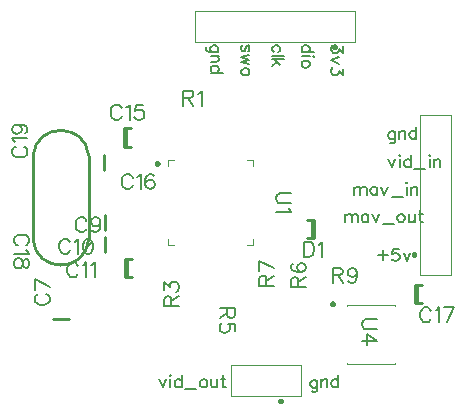
<source format=gbr>
G04 DipTrace 4.3.0.3*
G04 GTO.gbr*
%MOMM*%
G04 #@! TF.FileFunction,Legend,Top*
G04 #@! TF.Part,Single*
%ADD10C,0.25*%
%ADD13C,0.12*%
%ADD54C,0.19608*%
%ADD55C,0.15686*%
%FSLAX35Y35*%
G04*
G71*
G90*
G75*
G01*
G04 TopSilk*
%LPD*%
X1519950Y1904947D2*
D10*
X1390050D1*
X1824947Y2660050D2*
Y2789950D1*
Y2475050D2*
Y2604950D1*
X2014000Y2260080D2*
Y2419920D1*
X1995080Y2260080D2*
Y2419920D1*
Y2260080D2*
X2054920D1*
X1995080Y2419920D2*
X2054920D1*
X2008973Y3367153D2*
Y3526993D1*
X1990053Y3367153D2*
Y3526993D1*
Y3367153D2*
X2049893D1*
X1990053Y3526993D2*
X2049893D1*
X1819947Y3170050D2*
Y3299950D1*
X4469000Y2040080D2*
Y2199920D1*
X4450080Y2040080D2*
Y2199920D1*
Y2040080D2*
X4509920D1*
X4450080Y2199920D2*
X4509920D1*
X3599920Y2590080D2*
X3540080D1*
X3599920Y2749920D2*
X3540080D1*
X3581087D2*
Y2590080D1*
X3600007Y2749920D2*
Y2590080D1*
X3945000Y4252000D2*
D13*
Y4518000D1*
X2589000D1*
Y4252000D1*
X3945000D1*
G36*
X3799600Y4209400D2*
X3799390Y4206189D1*
X3798762Y4203033D1*
X3797727Y4199986D1*
X3796304Y4197100D1*
X3794516Y4194424D1*
X3792395Y4192005D1*
X3789976Y4189884D1*
X3787300Y4188096D1*
X3784414Y4186673D1*
X3781367Y4185638D1*
X3778211Y4185010D1*
X3775000Y4184800D1*
X3771789Y4185010D1*
X3768633Y4185638D1*
X3765586Y4186673D1*
X3762700Y4188096D1*
X3760024Y4189884D1*
X3757605Y4192005D1*
X3755484Y4194424D1*
X3753696Y4197100D1*
X3752273Y4199986D1*
X3751238Y4203033D1*
X3750610Y4206189D1*
X3750400Y4209400D1*
D1*
X3750610Y4212611D1*
X3751238Y4215767D1*
X3752273Y4218814D1*
X3753696Y4221700D1*
X3755484Y4224376D1*
X3757605Y4226795D1*
X3760024Y4228916D1*
X3762700Y4230704D1*
X3765586Y4232127D1*
X3768633Y4233162D1*
X3771789Y4233790D1*
X3775000Y4234000D1*
X3778211Y4233790D1*
X3781367Y4233162D1*
X3784414Y4232127D1*
X3787300Y4230704D1*
X3789976Y4228916D1*
X3792395Y4226795D1*
X3794516Y4224376D1*
X3796304Y4221700D1*
X3797727Y4218814D1*
X3798762Y4215767D1*
X3799390Y4212611D1*
X3799600Y4209400D1*
D1*
G37*
X4492000Y2280000D2*
D13*
X4758000D1*
Y3636000D1*
X4492000D1*
Y2280000D1*
G36*
X4449400Y2425400D2*
X4446189Y2425610D1*
X4443033Y2426238D1*
X4439986Y2427273D1*
X4437100Y2428696D1*
X4434424Y2430484D1*
X4432005Y2432605D1*
X4429884Y2435024D1*
X4428096Y2437700D1*
X4426673Y2440586D1*
X4425638Y2443633D1*
X4425010Y2446789D1*
X4424800Y2450000D1*
X4425010Y2453211D1*
X4425638Y2456367D1*
X4426673Y2459414D1*
X4428096Y2462300D1*
X4429884Y2464976D1*
X4432005Y2467395D1*
X4434424Y2469516D1*
X4437100Y2471304D1*
X4439986Y2472727D1*
X4443033Y2473762D1*
X4446189Y2474390D1*
X4449400Y2474600D1*
D1*
X4452611Y2474390D1*
X4455767Y2473762D1*
X4458814Y2472727D1*
X4461700Y2471304D1*
X4464376Y2469516D1*
X4466795Y2467395D1*
X4468916Y2464976D1*
X4470704Y2462300D1*
X4472127Y2459414D1*
X4473162Y2456367D1*
X4473790Y2453211D1*
X4474000Y2450000D1*
X4473790Y2446789D1*
X4473162Y2443633D1*
X4472127Y2440586D1*
X4470704Y2437700D1*
X4468916Y2435024D1*
X4466795Y2432605D1*
X4464376Y2430484D1*
X4461700Y2428696D1*
X4458814Y2427273D1*
X4455767Y2426238D1*
X4452611Y2425610D1*
X4449400Y2425400D1*
D1*
G37*
X2417000Y3255000D2*
D13*
X2365000D1*
Y3203000D1*
X3085000D2*
Y3255000D1*
X3033000D1*
Y2535000D2*
X3085000D1*
Y2587000D1*
X2365000D2*
Y2535000D1*
X2417000D1*
G36*
X2274000Y3247000D2*
X2277263Y3246786D1*
X2280470Y3246148D1*
X2283567Y3245097D1*
X2286500Y3243651D1*
X2289219Y3241834D1*
X2291678Y3239678D1*
X2293834Y3237219D1*
X2295651Y3234500D1*
X2297097Y3231567D1*
X2298148Y3228470D1*
X2298786Y3225263D1*
X2299000Y3222000D1*
X2298786Y3218737D1*
X2298148Y3215530D1*
X2297097Y3212433D1*
X2295651Y3209500D1*
X2293834Y3206781D1*
X2291678Y3204322D1*
X2289219Y3202166D1*
X2286500Y3200349D1*
X2283567Y3198903D1*
X2280470Y3197852D1*
X2277263Y3197214D1*
X2274000Y3197000D1*
D1*
X2270737Y3197214D1*
X2267530Y3197852D1*
X2264433Y3198903D1*
X2261500Y3200349D1*
X2258781Y3202166D1*
X2256322Y3204322D1*
X2254166Y3206781D1*
X2252349Y3209500D1*
X2250903Y3212433D1*
X2249852Y3215530D1*
X2249214Y3218737D1*
X2249000Y3222000D1*
X2249214Y3225263D1*
X2249852Y3228470D1*
X2250903Y3231567D1*
X2252349Y3234500D1*
X2254166Y3237219D1*
X2256322Y3239678D1*
X2258781Y3241834D1*
X2261500Y3243651D1*
X2264433Y3245097D1*
X2267530Y3246148D1*
X2270737Y3246786D1*
X2274000Y3247000D1*
D1*
G37*
X4280000Y2016000D2*
D13*
Y2025000D1*
X3880000D1*
Y2016000D1*
X4280000Y1534000D2*
Y1525000D1*
X3880000D1*
Y1534000D1*
G36*
X3759000Y2060000D2*
X3762263Y2059786D1*
X3765470Y2059148D1*
X3768567Y2058097D1*
X3771500Y2056651D1*
X3774219Y2054834D1*
X3776678Y2052678D1*
X3778834Y2050219D1*
X3780651Y2047500D1*
X3782097Y2044567D1*
X3783148Y2041470D1*
X3783786Y2038263D1*
X3784000Y2035000D1*
X3783786Y2031737D1*
X3783148Y2028530D1*
X3782097Y2025433D1*
X3780651Y2022500D1*
X3778834Y2019781D1*
X3776678Y2017322D1*
X3774219Y2015166D1*
X3771500Y2013349D1*
X3768567Y2011903D1*
X3765470Y2010852D1*
X3762263Y2010214D1*
X3759000Y2010000D1*
D1*
X3755737Y2010214D1*
X3752530Y2010852D1*
X3749433Y2011903D1*
X3746500Y2013349D1*
X3743781Y2015166D1*
X3741322Y2017322D1*
X3739166Y2019781D1*
X3737349Y2022500D1*
X3735903Y2025433D1*
X3734852Y2028530D1*
X3734214Y2031737D1*
X3734000Y2035000D1*
X3734214Y2038263D1*
X3734852Y2041470D1*
X3735903Y2044567D1*
X3737349Y2047500D1*
X3739166Y2050219D1*
X3741322Y2052678D1*
X3743781Y2054834D1*
X3746500Y2056651D1*
X3749433Y2058097D1*
X3752530Y2059148D1*
X3755737Y2059786D1*
X3759000Y2060000D1*
D1*
G37*
X3490000Y1252000D2*
D13*
Y1518000D1*
X2896000D1*
Y1252000D1*
X3490000D1*
G36*
X3344600Y1209400D2*
X3344390Y1206189D1*
X3343762Y1203033D1*
X3342727Y1199986D1*
X3341304Y1197100D1*
X3339516Y1194424D1*
X3337395Y1192005D1*
X3334976Y1189884D1*
X3332300Y1188096D1*
X3329414Y1186673D1*
X3326367Y1185638D1*
X3323211Y1185010D1*
X3320000Y1184800D1*
X3316789Y1185010D1*
X3313633Y1185638D1*
X3310586Y1186673D1*
X3307700Y1188096D1*
X3305024Y1189884D1*
X3302605Y1192005D1*
X3300484Y1194424D1*
X3298696Y1197100D1*
X3297273Y1199986D1*
X3296238Y1203033D1*
X3295610Y1206189D1*
X3295400Y1209400D1*
D1*
X3295610Y1212611D1*
X3296238Y1215767D1*
X3297273Y1218814D1*
X3298696Y1221700D1*
X3300484Y1224376D1*
X3302605Y1226795D1*
X3305024Y1228916D1*
X3307700Y1230704D1*
X3310586Y1232127D1*
X3313633Y1233162D1*
X3316789Y1233790D1*
X3320000Y1234000D1*
X3323211Y1233790D1*
X3326367Y1233162D1*
X3329414Y1232127D1*
X3332300Y1230704D1*
X3334976Y1228916D1*
X3337395Y1226795D1*
X3339516Y1224376D1*
X3341304Y1221700D1*
X3342727Y1218814D1*
X3343762Y1215767D1*
X3344390Y1212611D1*
X3344600Y1209400D1*
D1*
G37*
X1690900Y2580253D2*
D10*
Y3289747D1*
X1219100Y2580253D2*
Y3289747D1*
Y2580253D2*
G03X1690900Y2580253I235900J20868D01*
G01*
Y3289747D2*
G03X1219100Y3289747I-235900J-20868D01*
G01*
X2786681Y4168869D2*
D55*
X2708852D1*
X2694365Y4173698D1*
X2689423Y4178528D1*
X2684594Y4188298D1*
Y4202898D1*
X2689423Y4212557D1*
X2772081Y4168869D2*
X2781740Y4178528D1*
X2786681Y4188298D1*
Y4202898D1*
X2781740Y4212557D1*
X2772081Y4222328D1*
X2757481Y4227157D1*
X2747711D1*
X2733223Y4222328D1*
X2723452Y4212557D1*
X2718623Y4202898D1*
Y4188298D1*
X2723452Y4178528D1*
X2733223Y4168869D1*
X2791511Y4137497D2*
X2723452D1*
X2772081D2*
X2786681Y4122897D1*
X2791511Y4113126D1*
Y4098638D1*
X2786681Y4088867D1*
X2772081Y4084038D1*
X2723452D1*
X2825540Y3994378D2*
X2723452D1*
X2776911D2*
X2786681Y4004036D1*
X2791511Y4013807D1*
Y4028407D1*
X2786681Y4038066D1*
X2776911Y4047836D1*
X2762311Y4052666D1*
X2752652D1*
X2738052Y4047836D1*
X2728394Y4038066D1*
X2723452Y4028407D1*
Y4013807D1*
X2728394Y4004036D1*
X2738052Y3994378D1*
X3036911Y4173698D2*
X3046681Y4178528D1*
X3051511Y4193128D1*
Y4207728D1*
X3046681Y4222328D1*
X3036911Y4227157D1*
X3027252Y4222328D1*
X3022311Y4212557D1*
X3017481Y4188298D1*
X3012652Y4178528D1*
X3002881Y4173698D1*
X2998052D1*
X2988394Y4178528D1*
X2983452Y4193128D1*
Y4207728D1*
X2988394Y4222328D1*
X2998052Y4227157D1*
X3051511Y4142326D2*
X2983452Y4122897D1*
X3051511Y4103467D1*
X2983452Y4084038D1*
X3051511Y4064609D1*
Y4008978D2*
X3046681Y4018636D1*
X3036911Y4028407D1*
X3022311Y4033236D1*
X3012652D1*
X2998052Y4028407D1*
X2988394Y4018636D1*
X2983452Y4008978D1*
Y3994378D1*
X2988394Y3984607D1*
X2998052Y3974949D1*
X3012652Y3970007D1*
X3022311D1*
X3036911Y3974949D1*
X3046681Y3984607D1*
X3051511Y3994378D1*
Y4008978D1*
X3296911Y4168757D2*
X3306681Y4178528D1*
X3311511Y4188298D1*
Y4202786D1*
X3306681Y4212557D1*
X3296911Y4222215D1*
X3282311Y4227157D1*
X3272652D1*
X3258052Y4222215D1*
X3248394Y4212557D1*
X3243452Y4202786D1*
Y4188298D1*
X3248394Y4178528D1*
X3258052Y4168757D1*
X3345540Y4137384D2*
X3243452D1*
X3345540Y4106012D2*
X3243452D1*
X3311511Y4057383D2*
X3262881Y4106012D1*
X3282311Y4086583D2*
X3243452Y4052553D1*
X3595540Y4168869D2*
X3493452D1*
X3546911D2*
X3556681Y4178528D1*
X3561511Y4188298D1*
Y4202898D1*
X3556681Y4212557D1*
X3546911Y4222328D1*
X3532311Y4227157D1*
X3522652D1*
X3508052Y4222328D1*
X3498394Y4212557D1*
X3493452Y4202898D1*
Y4188298D1*
X3498394Y4178528D1*
X3508052Y4168869D1*
X3595540Y4137497D2*
X3590711Y4132667D1*
X3595540Y4127726D1*
X3600481Y4132667D1*
X3595540Y4137497D1*
X3561511Y4132667D2*
X3493452D1*
X3561511Y4072095D2*
X3556681Y4081753D1*
X3546911Y4091524D1*
X3532311Y4096353D1*
X3522652D1*
X3508052Y4091524D1*
X3498394Y4081753D1*
X3493452Y4072095D1*
Y4057495D1*
X3498394Y4047724D1*
X3508052Y4038066D1*
X3522652Y4033124D1*
X3532311D1*
X3546911Y4038066D1*
X3556681Y4047724D1*
X3561511Y4057495D1*
Y4072095D1*
X3845428Y4217386D2*
Y4164040D1*
X3806569Y4193128D1*
Y4178528D1*
X3801740Y4168869D1*
X3796911Y4164040D1*
X3782311Y4159098D1*
X3772652D1*
X3758052Y4164040D1*
X3748281Y4173698D1*
X3743452Y4188298D1*
Y4202898D1*
X3748281Y4217386D1*
X3753223Y4222215D1*
X3762881Y4227157D1*
X3811511Y4127726D2*
X3743452Y4098526D1*
X3811511Y4069438D1*
X3845428Y4028295D2*
Y3974949D1*
X3806569Y4004036D1*
Y3989436D1*
X3801740Y3979778D1*
X3796911Y3974949D1*
X3782311Y3970007D1*
X3772652D1*
X3758052Y3974949D1*
X3748281Y3984607D1*
X3743452Y3999207D1*
Y4013807D1*
X3748281Y4028295D1*
X3753223Y4033124D1*
X3762881Y4038066D1*
X3626131Y1391681D2*
Y1313852D1*
X3621302Y1299365D1*
X3616472Y1294423D1*
X3606702Y1289594D1*
X3592102D1*
X3582443Y1294423D1*
X3626131Y1377081D2*
X3616472Y1386740D1*
X3606702Y1391681D1*
X3592102D1*
X3582443Y1386740D1*
X3572672Y1377081D1*
X3567843Y1362481D1*
Y1352711D1*
X3572672Y1338223D1*
X3582443Y1328452D1*
X3592102Y1323623D1*
X3606702D1*
X3616472Y1328452D1*
X3626131Y1338223D1*
X3657503Y1396511D2*
Y1328452D1*
Y1377081D2*
X3672103Y1391681D1*
X3681874Y1396511D1*
X3696362D1*
X3706133Y1391681D1*
X3710962Y1377081D1*
Y1328452D1*
X3800622Y1430540D2*
Y1328452D1*
Y1381911D2*
X3790964Y1391681D1*
X3781193Y1396511D1*
X3766593D1*
X3756934Y1391681D1*
X3747164Y1381911D1*
X3742334Y1367311D1*
Y1357652D1*
X3747164Y1343052D1*
X3756934Y1333394D1*
X3766593Y1328452D1*
X3781193D1*
X3790964Y1333394D1*
X3800622Y1343052D1*
X2287843Y1396511D2*
X2317043Y1328452D1*
X2346131Y1396511D1*
X2377503Y1430540D2*
X2382333Y1425711D1*
X2387274Y1430540D1*
X2382333Y1435481D1*
X2377503Y1430540D1*
X2382333Y1396511D2*
Y1328452D1*
X2476934Y1430540D2*
Y1328452D1*
Y1381911D2*
X2467276Y1391681D1*
X2457505Y1396511D1*
X2442905D1*
X2433247Y1391681D1*
X2423476Y1381911D1*
X2418647Y1367311D1*
Y1357652D1*
X2423476Y1343052D1*
X2433247Y1333394D1*
X2442905Y1328452D1*
X2457505D1*
X2467276Y1333394D1*
X2476934Y1343052D1*
X2508307Y1311606D2*
X2600624D1*
X2656255Y1396511D2*
X2646596Y1391681D1*
X2636826Y1381911D1*
X2631996Y1367311D1*
Y1357652D1*
X2636826Y1343052D1*
X2646596Y1333394D1*
X2656255Y1328452D1*
X2670855D1*
X2680626Y1333394D1*
X2690284Y1343052D1*
X2695226Y1357652D1*
Y1367311D1*
X2690284Y1381911D1*
X2680626Y1391681D1*
X2670855Y1396511D1*
X2656255D1*
X2726598D2*
Y1347881D1*
X2731427Y1333394D1*
X2741198Y1328452D1*
X2755798D1*
X2765457Y1333394D1*
X2780057Y1347881D1*
Y1396511D2*
Y1328452D1*
X2826029Y1430540D2*
Y1347881D1*
X2830858Y1333394D1*
X2840629Y1328452D1*
X2850288D1*
X2811429Y1396511D2*
X2845458D1*
X4286131Y3496681D2*
Y3418852D1*
X4281302Y3404365D1*
X4276472Y3399423D1*
X4266702Y3394594D1*
X4252102D1*
X4242443Y3399423D1*
X4286131Y3482081D2*
X4276472Y3491740D1*
X4266702Y3496681D1*
X4252102D1*
X4242443Y3491740D1*
X4232672Y3482081D1*
X4227843Y3467481D1*
Y3457711D1*
X4232672Y3443223D1*
X4242443Y3433452D1*
X4252102Y3428623D1*
X4266702D1*
X4276472Y3433452D1*
X4286131Y3443223D1*
X4317503Y3501511D2*
Y3433452D1*
Y3482081D2*
X4332103Y3496681D1*
X4341874Y3501511D1*
X4356362D1*
X4366133Y3496681D1*
X4370962Y3482081D1*
Y3433452D1*
X4460622Y3535540D2*
Y3433452D1*
Y3486911D2*
X4450964Y3496681D1*
X4441193Y3501511D1*
X4426593D1*
X4416934Y3496681D1*
X4407164Y3486911D1*
X4402334Y3472311D1*
Y3462652D1*
X4407164Y3448052D1*
X4416934Y3438394D1*
X4426593Y3433452D1*
X4441193D1*
X4450964Y3438394D1*
X4460622Y3448052D1*
X4227843Y3261511D2*
X4257043Y3193452D1*
X4286131Y3261511D1*
X4317503Y3295540D2*
X4322333Y3290711D1*
X4327274Y3295540D1*
X4322333Y3300481D1*
X4317503Y3295540D1*
X4322333Y3261511D2*
Y3193452D1*
X4416934Y3295540D2*
Y3193452D1*
Y3246911D2*
X4407276Y3256681D1*
X4397505Y3261511D1*
X4382905D1*
X4373247Y3256681D1*
X4363476Y3246911D1*
X4358647Y3232311D1*
Y3222652D1*
X4363476Y3208052D1*
X4373247Y3198394D1*
X4382905Y3193452D1*
X4397505D1*
X4407276Y3198394D1*
X4416934Y3208052D1*
X4448307Y3176606D2*
X4540624D1*
X4571996Y3295540D2*
X4576826Y3290711D1*
X4581767Y3295540D1*
X4576826Y3300481D1*
X4571996Y3295540D1*
X4576826Y3261511D2*
Y3193452D1*
X4613140Y3261511D2*
Y3193452D1*
Y3242081D2*
X4627740Y3256681D1*
X4637510Y3261511D1*
X4651998D1*
X4661769Y3256681D1*
X4666598Y3242081D1*
Y3193452D1*
X3937843Y3026511D2*
Y2958452D1*
Y3007081D2*
X3952443Y3021681D1*
X3962214Y3026511D1*
X3976702D1*
X3986472Y3021681D1*
X3991302Y3007081D1*
Y2958452D1*
Y3007081D2*
X4005902Y3021681D1*
X4015672Y3026511D1*
X4030160D1*
X4039931Y3021681D1*
X4044872Y3007081D1*
Y2958452D1*
X4134533Y3026511D2*
Y2958452D1*
Y3011911D2*
X4124874Y3021681D1*
X4115103Y3026511D1*
X4100616D1*
X4090845Y3021681D1*
X4081186Y3011911D1*
X4076245Y2997311D1*
Y2987652D1*
X4081186Y2973052D1*
X4090845Y2963394D1*
X4100616Y2958452D1*
X4115103D1*
X4124874Y2963394D1*
X4134533Y2973052D1*
X4165905Y3026511D2*
X4195105Y2958452D1*
X4224193Y3026511D1*
X4255565Y2941606D2*
X4347882D1*
X4379255Y3060540D2*
X4384084Y3055711D1*
X4389026Y3060540D1*
X4384084Y3065481D1*
X4379255Y3060540D1*
X4384084Y3026511D2*
Y2958452D1*
X4420398Y3026511D2*
Y2958452D1*
Y3007081D2*
X4434998Y3021681D1*
X4444769Y3026511D1*
X4459257D1*
X4469027Y3021681D1*
X4473857Y3007081D1*
Y2958452D1*
X3862843Y2796511D2*
Y2728452D1*
Y2777081D2*
X3877443Y2791681D1*
X3887214Y2796511D1*
X3901702D1*
X3911472Y2791681D1*
X3916302Y2777081D1*
Y2728452D1*
Y2777081D2*
X3930902Y2791681D1*
X3940672Y2796511D1*
X3955160D1*
X3964931Y2791681D1*
X3969872Y2777081D1*
Y2728452D1*
X4059533Y2796511D2*
Y2728452D1*
Y2781911D2*
X4049874Y2791681D1*
X4040103Y2796511D1*
X4025616D1*
X4015845Y2791681D1*
X4006186Y2781911D1*
X4001245Y2767311D1*
Y2757652D1*
X4006186Y2743052D1*
X4015845Y2733394D1*
X4025616Y2728452D1*
X4040103D1*
X4049874Y2733394D1*
X4059533Y2743052D1*
X4090905Y2796511D2*
X4120105Y2728452D1*
X4149193Y2796511D1*
X4180565Y2711606D2*
X4272882D1*
X4328513Y2796511D2*
X4318855Y2791681D1*
X4309084Y2781911D1*
X4304255Y2767311D1*
Y2757652D1*
X4309084Y2743052D1*
X4318855Y2733394D1*
X4328513Y2728452D1*
X4343113D1*
X4352884Y2733394D1*
X4362543Y2743052D1*
X4367484Y2757652D1*
Y2767311D1*
X4362543Y2781911D1*
X4352884Y2791681D1*
X4343113Y2796511D1*
X4328513D1*
X4398857D2*
Y2747881D1*
X4403686Y2733394D1*
X4413457Y2728452D1*
X4428057D1*
X4437715Y2733394D1*
X4452315Y2747881D1*
Y2796511D2*
Y2728452D1*
X4498288Y2830540D2*
Y2747881D1*
X4503117Y2733394D1*
X4512888Y2728452D1*
X4522546D1*
X4483688Y2796511D2*
X4517717D1*
X4181531Y2493184D2*
Y2405696D1*
X4137843Y2449384D2*
X4225331D1*
X4314991Y2500428D2*
X4266474D1*
X4261645Y2456740D1*
X4266474Y2461569D1*
X4281074Y2466511D1*
X4295562D1*
X4310162Y2461569D1*
X4319933Y2451911D1*
X4324762Y2437311D1*
Y2427652D1*
X4319933Y2413052D1*
X4310162Y2403281D1*
X4295562Y2398452D1*
X4281074D1*
X4266474Y2403281D1*
X4261645Y2408223D1*
X4256703Y2417881D1*
X4356134Y2466511D2*
X4385334Y2398452D1*
X4414422Y2466511D1*
X1264336Y2118384D2*
D54*
X1252263Y2112347D1*
X1240050Y2100134D1*
X1234013Y2088061D1*
Y2063774D1*
X1240050Y2051561D1*
X1252263Y2039488D1*
X1264336Y2033311D1*
X1282586Y2027274D1*
X1313050D1*
X1331160Y2033311D1*
X1343373Y2039488D1*
X1355446Y2051561D1*
X1361623Y2063774D1*
Y2088061D1*
X1355446Y2100134D1*
X1343373Y2112347D1*
X1331160Y2118384D1*
X1361623Y2181886D2*
X1234154Y2242673D1*
Y2157599D1*
X1671402Y2740664D2*
X1665365Y2752737D1*
X1653152Y2764950D1*
X1641079Y2770987D1*
X1616792D1*
X1604579Y2764950D1*
X1592506Y2752737D1*
X1586329Y2740664D1*
X1580292Y2722414D1*
Y2691950D1*
X1586329Y2673840D1*
X1592506Y2661627D1*
X1604579Y2649554D1*
X1616792Y2643377D1*
X1641079D1*
X1653152Y2649554D1*
X1665365Y2661627D1*
X1671402Y2673840D1*
X1789654Y2728450D2*
X1783477Y2710200D1*
X1771404Y2697987D1*
X1753154Y2691950D1*
X1747118D1*
X1728868Y2697987D1*
X1716795Y2710200D1*
X1710618Y2728450D1*
Y2734487D1*
X1716795Y2752737D1*
X1728868Y2764810D1*
X1747118Y2770846D1*
X1753154D1*
X1771404Y2764810D1*
X1783477Y2752737D1*
X1789654Y2728450D1*
Y2697987D1*
X1783477Y2667664D1*
X1771404Y2649414D1*
X1753154Y2643377D1*
X1741081D1*
X1722831Y2649414D1*
X1716795Y2661627D1*
X1533544Y2555664D2*
X1527508Y2567737D1*
X1515294Y2579950D1*
X1503221Y2585987D1*
X1478935D1*
X1466721Y2579950D1*
X1454648Y2567737D1*
X1448471Y2555664D1*
X1442435Y2537414D1*
Y2506950D1*
X1448471Y2488840D1*
X1454648Y2476627D1*
X1466721Y2464554D1*
X1478935Y2458377D1*
X1503221D1*
X1515294Y2464554D1*
X1527508Y2476627D1*
X1533544Y2488840D1*
X1572760Y2561560D2*
X1584973Y2567737D1*
X1603223Y2585846D1*
Y2458377D1*
X1678939Y2585846D2*
X1660689Y2579810D1*
X1648476Y2561560D1*
X1642439Y2531237D1*
Y2512987D1*
X1648476Y2482664D1*
X1660689Y2464414D1*
X1678939Y2458377D1*
X1691012D1*
X1709262Y2464414D1*
X1721335Y2482664D1*
X1727512Y2512987D1*
Y2531237D1*
X1721335Y2561560D1*
X1709262Y2579810D1*
X1691012Y2585846D1*
X1678939D1*
X1721335Y2561560D2*
X1648476Y2482664D1*
X1600876Y2356600D2*
X1594839Y2368673D1*
X1582626Y2380887D1*
X1570553Y2386923D1*
X1546266D1*
X1534053Y2380887D1*
X1521980Y2368673D1*
X1515803Y2356600D1*
X1509766Y2338350D1*
Y2307887D1*
X1515803Y2289777D1*
X1521980Y2277564D1*
X1534053Y2265491D1*
X1546266Y2259314D1*
X1570553D1*
X1582626Y2265491D1*
X1594839Y2277564D1*
X1600876Y2289777D1*
X1640091Y2362496D2*
X1652305Y2368673D1*
X1670555Y2386783D1*
Y2259314D1*
X1709770Y2362496D2*
X1721984Y2368673D1*
X1740234Y2386783D1*
Y2259314D1*
X1968544Y3692737D2*
X1962508Y3704810D1*
X1950294Y3717023D1*
X1938221Y3723060D1*
X1913935D1*
X1901721Y3717023D1*
X1889648Y3704810D1*
X1883471Y3692737D1*
X1877435Y3674487D1*
Y3644023D1*
X1883471Y3625914D1*
X1889648Y3613700D1*
X1901721Y3601627D1*
X1913935Y3595450D1*
X1938221D1*
X1950294Y3601627D1*
X1962508Y3613700D1*
X1968544Y3625914D1*
X2007760Y3698633D2*
X2019973Y3704810D1*
X2038223Y3722920D1*
Y3595450D1*
X2150299Y3722920D2*
X2089652D1*
X2083616Y3668310D1*
X2089652Y3674346D1*
X2107902Y3680523D1*
X2126012D1*
X2144262Y3674346D1*
X2156476Y3662273D1*
X2162512Y3644023D1*
Y3631950D1*
X2156476Y3613700D1*
X2144262Y3601487D1*
X2126012Y3595450D1*
X2107902D1*
X2089652Y3601487D1*
X2083616Y3607664D1*
X2077439Y3619737D1*
X2061633Y3105664D2*
X2055596Y3117737D1*
X2043383Y3129950D1*
X2031310Y3135987D1*
X2007023D1*
X1994810Y3129950D1*
X1982736Y3117737D1*
X1976560Y3105664D1*
X1970523Y3087414D1*
Y3056950D1*
X1976560Y3038840D1*
X1982736Y3026627D1*
X1994810Y3014554D1*
X2007023Y3008377D1*
X2031310D1*
X2043383Y3014554D1*
X2055596Y3026627D1*
X2061633Y3038840D1*
X2100848Y3111560D2*
X2113062Y3117737D1*
X2131312Y3135846D1*
Y3008377D1*
X2243387Y3117737D2*
X2237351Y3129810D1*
X2219101Y3135846D1*
X2207027D1*
X2188777Y3129810D1*
X2176564Y3111560D1*
X2170527Y3081237D1*
Y3050914D1*
X2176564Y3026627D1*
X2188777Y3014414D1*
X2207027Y3008377D1*
X2213064D1*
X2231174Y3014414D1*
X2243387Y3026627D1*
X2249424Y3044877D1*
Y3050914D1*
X2243387Y3069164D1*
X2231174Y3081237D1*
X2213064Y3087273D1*
X2207027D1*
X2188777Y3081237D1*
X2176564Y3069164D1*
X2170527Y3050914D1*
X4588571Y1975664D2*
X4582534Y1987737D1*
X4570321Y1999950D1*
X4558248Y2005987D1*
X4533961D1*
X4521748Y1999950D1*
X4509675Y1987737D1*
X4503498Y1975664D1*
X4497461Y1957414D1*
Y1926950D1*
X4503498Y1908840D1*
X4509675Y1896627D1*
X4521748Y1884554D1*
X4533961Y1878377D1*
X4558248D1*
X4570321Y1884554D1*
X4582534Y1896627D1*
X4588571Y1908840D1*
X4627787Y1981560D2*
X4640000Y1987737D1*
X4658250Y2005846D1*
Y1878377D1*
X4721752D2*
X4782539Y2005846D1*
X4697466D1*
X1156134Y2531359D2*
X1168207Y2537395D1*
X1180420Y2549609D1*
X1186457Y2561682D1*
Y2585969D1*
X1180420Y2598182D1*
X1168207Y2610255D1*
X1156134Y2616432D1*
X1137884Y2622469D1*
X1107420D1*
X1089310Y2616432D1*
X1077097Y2610255D1*
X1065024Y2598182D1*
X1058847Y2585969D1*
Y2561682D1*
X1065024Y2549609D1*
X1077097Y2537395D1*
X1089310Y2531359D1*
X1162030Y2492143D2*
X1168207Y2479930D1*
X1186316Y2461680D1*
X1058847D1*
X1186316Y2392141D2*
X1180280Y2410251D1*
X1168207Y2416428D1*
X1155993D1*
X1143920Y2410251D1*
X1137743Y2398178D1*
X1131707Y2373891D1*
X1125670Y2355641D1*
X1113457Y2343568D1*
X1101384Y2337531D1*
X1083134D1*
X1071060Y2343568D1*
X1064884Y2349605D1*
X1058847Y2367855D1*
Y2392141D1*
X1064884Y2410251D1*
X1071060Y2416428D1*
X1083134Y2422464D1*
X1101384D1*
X1113457Y2416428D1*
X1125670Y2404214D1*
X1131707Y2386105D1*
X1137743Y2361818D1*
X1143920Y2349605D1*
X1155993Y2343568D1*
X1168207D1*
X1180280Y2349605D1*
X1186316Y2367855D1*
Y2392141D1*
X1073866Y3366589D2*
X1061793Y3360553D1*
X1049580Y3348339D1*
X1043543Y3336266D1*
Y3311980D1*
X1049580Y3299766D1*
X1061793Y3287693D1*
X1073866Y3281516D1*
X1092116Y3275480D1*
X1122580D1*
X1140690Y3281516D1*
X1152903Y3287693D1*
X1164976Y3299766D1*
X1171153Y3311980D1*
Y3336266D1*
X1164976Y3348339D1*
X1152903Y3360553D1*
X1140690Y3366589D1*
X1067970Y3405805D2*
X1061793Y3418018D1*
X1043684Y3436268D1*
X1171153D1*
X1086080Y3554520D2*
X1104330Y3548344D1*
X1116543Y3536270D1*
X1122580Y3518020D1*
Y3511984D1*
X1116543Y3493734D1*
X1104330Y3481661D1*
X1086080Y3475484D1*
X1080043D1*
X1061793Y3481661D1*
X1049720Y3493734D1*
X1043684Y3511984D1*
Y3518020D1*
X1049720Y3536270D1*
X1061793Y3548344D1*
X1086080Y3554520D1*
X1116543D1*
X1146866Y3548344D1*
X1165116Y3536270D1*
X1171153Y3518020D1*
Y3505947D1*
X1165116Y3487697D1*
X1152903Y3481661D1*
X3512624Y2561923D2*
Y2434314D1*
X3555160D1*
X3573410Y2440491D1*
X3585624Y2452564D1*
X3591660Y2464777D1*
X3597697Y2482887D1*
Y2513350D1*
X3591660Y2531600D1*
X3585624Y2543673D1*
X3573410Y2555887D1*
X3555160Y2561923D1*
X3512624D1*
X3636913Y2537496D2*
X3649126Y2543673D1*
X3667376Y2561783D1*
Y2434314D1*
X2492624Y3780200D2*
X2547234D1*
X2565484Y3786377D1*
X2571660Y3792414D1*
X2577697Y3804487D1*
Y3816700D1*
X2571660Y3828773D1*
X2565484Y3834950D1*
X2547234Y3840987D1*
X2492624D1*
Y3713377D1*
X2535160Y3780200D2*
X2577697Y3713377D1*
X2616913Y3816560D2*
X2629126Y3822737D1*
X2647376Y3840846D1*
Y3713377D1*
X2389800Y2015319D2*
Y2069929D1*
X2383623Y2088179D1*
X2377586Y2094356D1*
X2365513Y2100392D1*
X2353300D1*
X2341227Y2094356D1*
X2335050Y2088179D1*
X2329013Y2069929D1*
Y2015319D1*
X2456623D1*
X2389800Y2057856D2*
X2456623Y2100392D1*
X2329154Y2151821D2*
Y2218504D1*
X2377727Y2182144D1*
Y2200394D1*
X2383763Y2212467D1*
X2389800Y2218504D1*
X2408050Y2224681D1*
X2420123D1*
X2438373Y2218504D1*
X2450586Y2206431D1*
X2456623Y2188181D1*
Y2169931D1*
X2450586Y2151821D1*
X2444410Y2145785D1*
X2432336Y2139608D1*
X2865670Y1999681D2*
Y1945071D1*
X2871847Y1926821D1*
X2877884Y1920644D1*
X2889957Y1914608D1*
X2902170D1*
X2914243Y1920644D1*
X2920420Y1926821D1*
X2926457Y1945071D1*
Y1999681D1*
X2798847D1*
X2865670Y1957144D2*
X2798847Y1914608D1*
X2926316Y1802533D2*
Y1863179D1*
X2871707Y1869215D1*
X2877743Y1863179D1*
X2883920Y1844929D1*
Y1826819D1*
X2877743Y1808569D1*
X2865670Y1796356D1*
X2847420Y1790319D1*
X2835347D1*
X2817097Y1796356D1*
X2804884Y1808569D1*
X2798847Y1826819D1*
Y1844929D1*
X2804884Y1863179D1*
X2811060Y1869215D1*
X2823134Y1875392D1*
X3464800Y2179804D2*
Y2234414D1*
X3458623Y2252664D1*
X3452586Y2258841D1*
X3440513Y2264877D1*
X3428300D1*
X3416227Y2258841D1*
X3410050Y2252664D1*
X3404013Y2234414D1*
Y2179804D1*
X3531623D1*
X3464800Y2222341D2*
X3531623Y2264877D1*
X3422263Y2376953D2*
X3410190Y2370916D1*
X3404154Y2352666D1*
Y2340593D1*
X3410190Y2322343D1*
X3428440Y2310130D1*
X3458763Y2304093D1*
X3489086D1*
X3513373Y2310130D1*
X3525586Y2322343D1*
X3531623Y2340593D1*
Y2346630D1*
X3525586Y2364739D1*
X3513373Y2376953D1*
X3495123Y2382989D1*
X3489086D1*
X3470836Y2376953D1*
X3458763Y2364739D1*
X3452727Y2346630D1*
Y2340593D1*
X3458763Y2322343D1*
X3470836Y2310130D1*
X3489086Y2304093D1*
X3194330Y2190319D2*
Y2244929D1*
X3188153Y2263179D1*
X3182116Y2269356D1*
X3170043Y2275392D1*
X3157830D1*
X3145757Y2269356D1*
X3139580Y2263179D1*
X3133543Y2244929D1*
Y2190319D1*
X3261153D1*
X3194330Y2232856D2*
X3261153Y2275392D1*
Y2338894D2*
X3133684Y2399681D1*
Y2314608D1*
X3758337Y2280200D2*
X3812947D1*
X3831197Y2286377D1*
X3837374Y2292414D1*
X3843410Y2304487D1*
Y2316700D1*
X3837374Y2328773D1*
X3831197Y2334950D1*
X3812947Y2340987D1*
X3758337D1*
Y2213377D1*
X3800874Y2280200D2*
X3843410Y2213377D1*
X3961663Y2298450D2*
X3955486Y2280200D1*
X3943413Y2267987D1*
X3925163Y2261950D1*
X3919126D1*
X3900876Y2267987D1*
X3888803Y2280200D1*
X3882626Y2298450D1*
Y2304487D1*
X3888803Y2322737D1*
X3900876Y2334810D1*
X3919126Y2340846D1*
X3925163D1*
X3943413Y2334810D1*
X3955486Y2322737D1*
X3961663Y2298450D1*
Y2267987D1*
X3955486Y2237664D1*
X3943413Y2219414D1*
X3925163Y2213377D1*
X3913090D1*
X3894840Y2219414D1*
X3888803Y2231627D1*
X3406987Y2972376D2*
X3315877D1*
X3297627Y2966340D1*
X3285554Y2954126D1*
X3279377Y2935876D1*
Y2923803D1*
X3285554Y2905553D1*
X3297627Y2893340D1*
X3315877Y2887303D1*
X3406987D1*
X3382560Y2848087D2*
X3388737Y2835874D1*
X3406846Y2817624D1*
X3279377D1*
X4131987Y1905199D2*
X4040877D1*
X4022627Y1899163D1*
X4010554Y1886949D1*
X4004377Y1868699D1*
Y1856626D1*
X4010554Y1838376D1*
X4022627Y1826163D1*
X4040877Y1820126D1*
X4131987D1*
X4004377Y1720124D2*
X4131846D1*
X4046914Y1780910D1*
Y1689801D1*
M02*

</source>
